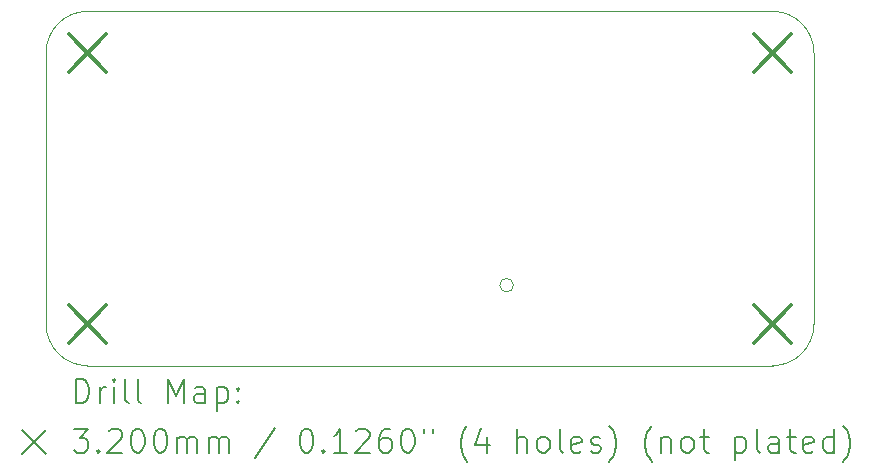
<source format=gbr>
%TF.GenerationSoftware,KiCad,Pcbnew,(6.0.7)*%
%TF.CreationDate,2022-10-20T14:38:49-04:00*%
%TF.ProjectId,ECE477_PCB,45434534-3737-45f5-9043-422e6b696361,rev?*%
%TF.SameCoordinates,PX2daf690PY1aab7d8*%
%TF.FileFunction,Drillmap*%
%TF.FilePolarity,Positive*%
%FSLAX45Y45*%
G04 Gerber Fmt 4.5, Leading zero omitted, Abs format (unit mm)*
G04 Created by KiCad (PCBNEW (6.0.7)) date 2022-10-20 14:38:49*
%MOMM*%
%LPD*%
G01*
G04 APERTURE LIST*
%ADD10C,0.100000*%
%ADD11C,0.200000*%
%ADD12C,0.320000*%
G04 APERTURE END LIST*
D10*
X3956500Y-2319020D02*
G75*
G03*
X3956500Y-2319020I-57600J0D01*
G01*
X0Y-350000D02*
X0Y-2650000D01*
X350000Y-3000000D02*
X6150000Y-3000000D01*
X6150000Y0D02*
X350000Y0D01*
X350000Y0D02*
G75*
G03*
X0Y-350000I0J-350000D01*
G01*
X6500000Y-350000D02*
G75*
G03*
X6150000Y0I-350000J0D01*
G01*
X6500000Y-2650000D02*
X6500000Y-350000D01*
X6150000Y-3000000D02*
G75*
G03*
X6500000Y-2650000I0J350000D01*
G01*
X0Y-2650000D02*
G75*
G03*
X350000Y-3000000I350000J0D01*
G01*
D11*
D12*
X190000Y-190000D02*
X510000Y-510000D01*
X510000Y-190000D02*
X190000Y-510000D01*
X190000Y-2490000D02*
X510000Y-2810000D01*
X510000Y-2490000D02*
X190000Y-2810000D01*
X5990000Y-190000D02*
X6310000Y-510000D01*
X6310000Y-190000D02*
X5990000Y-510000D01*
X5990000Y-2490000D02*
X6310000Y-2810000D01*
X6310000Y-2490000D02*
X5990000Y-2810000D01*
D11*
X252619Y-3315476D02*
X252619Y-3115476D01*
X300238Y-3115476D01*
X328810Y-3125000D01*
X347857Y-3144048D01*
X357381Y-3163095D01*
X366905Y-3201190D01*
X366905Y-3229762D01*
X357381Y-3267857D01*
X347857Y-3286905D01*
X328810Y-3305952D01*
X300238Y-3315476D01*
X252619Y-3315476D01*
X452619Y-3315476D02*
X452619Y-3182143D01*
X452619Y-3220238D02*
X462143Y-3201190D01*
X471667Y-3191667D01*
X490714Y-3182143D01*
X509762Y-3182143D01*
X576429Y-3315476D02*
X576429Y-3182143D01*
X576429Y-3115476D02*
X566905Y-3125000D01*
X576429Y-3134524D01*
X585952Y-3125000D01*
X576429Y-3115476D01*
X576429Y-3134524D01*
X700238Y-3315476D02*
X681190Y-3305952D01*
X671667Y-3286905D01*
X671667Y-3115476D01*
X805000Y-3315476D02*
X785952Y-3305952D01*
X776428Y-3286905D01*
X776428Y-3115476D01*
X1033571Y-3315476D02*
X1033571Y-3115476D01*
X1100238Y-3258333D01*
X1166905Y-3115476D01*
X1166905Y-3315476D01*
X1347857Y-3315476D02*
X1347857Y-3210714D01*
X1338333Y-3191667D01*
X1319286Y-3182143D01*
X1281190Y-3182143D01*
X1262143Y-3191667D01*
X1347857Y-3305952D02*
X1328810Y-3315476D01*
X1281190Y-3315476D01*
X1262143Y-3305952D01*
X1252619Y-3286905D01*
X1252619Y-3267857D01*
X1262143Y-3248809D01*
X1281190Y-3239286D01*
X1328810Y-3239286D01*
X1347857Y-3229762D01*
X1443095Y-3182143D02*
X1443095Y-3382143D01*
X1443095Y-3191667D02*
X1462143Y-3182143D01*
X1500238Y-3182143D01*
X1519286Y-3191667D01*
X1528809Y-3201190D01*
X1538333Y-3220238D01*
X1538333Y-3277381D01*
X1528809Y-3296428D01*
X1519286Y-3305952D01*
X1500238Y-3315476D01*
X1462143Y-3315476D01*
X1443095Y-3305952D01*
X1624048Y-3296428D02*
X1633571Y-3305952D01*
X1624048Y-3315476D01*
X1614524Y-3305952D01*
X1624048Y-3296428D01*
X1624048Y-3315476D01*
X1624048Y-3191667D02*
X1633571Y-3201190D01*
X1624048Y-3210714D01*
X1614524Y-3201190D01*
X1624048Y-3191667D01*
X1624048Y-3210714D01*
X-205000Y-3545000D02*
X-5000Y-3745000D01*
X-5000Y-3545000D02*
X-205000Y-3745000D01*
X233571Y-3535476D02*
X357381Y-3535476D01*
X290714Y-3611667D01*
X319286Y-3611667D01*
X338333Y-3621190D01*
X347857Y-3630714D01*
X357381Y-3649762D01*
X357381Y-3697381D01*
X347857Y-3716428D01*
X338333Y-3725952D01*
X319286Y-3735476D01*
X262143Y-3735476D01*
X243095Y-3725952D01*
X233571Y-3716428D01*
X443095Y-3716428D02*
X452619Y-3725952D01*
X443095Y-3735476D01*
X433571Y-3725952D01*
X443095Y-3716428D01*
X443095Y-3735476D01*
X528810Y-3554524D02*
X538333Y-3545000D01*
X557381Y-3535476D01*
X605000Y-3535476D01*
X624048Y-3545000D01*
X633571Y-3554524D01*
X643095Y-3573571D01*
X643095Y-3592619D01*
X633571Y-3621190D01*
X519286Y-3735476D01*
X643095Y-3735476D01*
X766905Y-3535476D02*
X785952Y-3535476D01*
X805000Y-3545000D01*
X814524Y-3554524D01*
X824048Y-3573571D01*
X833571Y-3611667D01*
X833571Y-3659286D01*
X824048Y-3697381D01*
X814524Y-3716428D01*
X805000Y-3725952D01*
X785952Y-3735476D01*
X766905Y-3735476D01*
X747857Y-3725952D01*
X738333Y-3716428D01*
X728809Y-3697381D01*
X719286Y-3659286D01*
X719286Y-3611667D01*
X728809Y-3573571D01*
X738333Y-3554524D01*
X747857Y-3545000D01*
X766905Y-3535476D01*
X957381Y-3535476D02*
X976428Y-3535476D01*
X995476Y-3545000D01*
X1005000Y-3554524D01*
X1014524Y-3573571D01*
X1024048Y-3611667D01*
X1024048Y-3659286D01*
X1014524Y-3697381D01*
X1005000Y-3716428D01*
X995476Y-3725952D01*
X976428Y-3735476D01*
X957381Y-3735476D01*
X938333Y-3725952D01*
X928809Y-3716428D01*
X919286Y-3697381D01*
X909762Y-3659286D01*
X909762Y-3611667D01*
X919286Y-3573571D01*
X928809Y-3554524D01*
X938333Y-3545000D01*
X957381Y-3535476D01*
X1109762Y-3735476D02*
X1109762Y-3602143D01*
X1109762Y-3621190D02*
X1119286Y-3611667D01*
X1138333Y-3602143D01*
X1166905Y-3602143D01*
X1185952Y-3611667D01*
X1195476Y-3630714D01*
X1195476Y-3735476D01*
X1195476Y-3630714D02*
X1205000Y-3611667D01*
X1224048Y-3602143D01*
X1252619Y-3602143D01*
X1271667Y-3611667D01*
X1281190Y-3630714D01*
X1281190Y-3735476D01*
X1376429Y-3735476D02*
X1376429Y-3602143D01*
X1376429Y-3621190D02*
X1385952Y-3611667D01*
X1405000Y-3602143D01*
X1433571Y-3602143D01*
X1452619Y-3611667D01*
X1462143Y-3630714D01*
X1462143Y-3735476D01*
X1462143Y-3630714D02*
X1471667Y-3611667D01*
X1490714Y-3602143D01*
X1519286Y-3602143D01*
X1538333Y-3611667D01*
X1547857Y-3630714D01*
X1547857Y-3735476D01*
X1938333Y-3525952D02*
X1766905Y-3783095D01*
X2195476Y-3535476D02*
X2214524Y-3535476D01*
X2233571Y-3545000D01*
X2243095Y-3554524D01*
X2252619Y-3573571D01*
X2262143Y-3611667D01*
X2262143Y-3659286D01*
X2252619Y-3697381D01*
X2243095Y-3716428D01*
X2233571Y-3725952D01*
X2214524Y-3735476D01*
X2195476Y-3735476D01*
X2176429Y-3725952D01*
X2166905Y-3716428D01*
X2157381Y-3697381D01*
X2147857Y-3659286D01*
X2147857Y-3611667D01*
X2157381Y-3573571D01*
X2166905Y-3554524D01*
X2176429Y-3545000D01*
X2195476Y-3535476D01*
X2347857Y-3716428D02*
X2357381Y-3725952D01*
X2347857Y-3735476D01*
X2338333Y-3725952D01*
X2347857Y-3716428D01*
X2347857Y-3735476D01*
X2547857Y-3735476D02*
X2433571Y-3735476D01*
X2490714Y-3735476D02*
X2490714Y-3535476D01*
X2471667Y-3564048D01*
X2452619Y-3583095D01*
X2433571Y-3592619D01*
X2624048Y-3554524D02*
X2633571Y-3545000D01*
X2652619Y-3535476D01*
X2700238Y-3535476D01*
X2719286Y-3545000D01*
X2728810Y-3554524D01*
X2738333Y-3573571D01*
X2738333Y-3592619D01*
X2728810Y-3621190D01*
X2614524Y-3735476D01*
X2738333Y-3735476D01*
X2909762Y-3535476D02*
X2871667Y-3535476D01*
X2852619Y-3545000D01*
X2843095Y-3554524D01*
X2824048Y-3583095D01*
X2814524Y-3621190D01*
X2814524Y-3697381D01*
X2824048Y-3716428D01*
X2833571Y-3725952D01*
X2852619Y-3735476D01*
X2890714Y-3735476D01*
X2909762Y-3725952D01*
X2919286Y-3716428D01*
X2928809Y-3697381D01*
X2928809Y-3649762D01*
X2919286Y-3630714D01*
X2909762Y-3621190D01*
X2890714Y-3611667D01*
X2852619Y-3611667D01*
X2833571Y-3621190D01*
X2824048Y-3630714D01*
X2814524Y-3649762D01*
X3052619Y-3535476D02*
X3071667Y-3535476D01*
X3090714Y-3545000D01*
X3100238Y-3554524D01*
X3109762Y-3573571D01*
X3119286Y-3611667D01*
X3119286Y-3659286D01*
X3109762Y-3697381D01*
X3100238Y-3716428D01*
X3090714Y-3725952D01*
X3071667Y-3735476D01*
X3052619Y-3735476D01*
X3033571Y-3725952D01*
X3024048Y-3716428D01*
X3014524Y-3697381D01*
X3005000Y-3659286D01*
X3005000Y-3611667D01*
X3014524Y-3573571D01*
X3024048Y-3554524D01*
X3033571Y-3545000D01*
X3052619Y-3535476D01*
X3195476Y-3535476D02*
X3195476Y-3573571D01*
X3271667Y-3535476D02*
X3271667Y-3573571D01*
X3566905Y-3811667D02*
X3557381Y-3802143D01*
X3538333Y-3773571D01*
X3528809Y-3754524D01*
X3519286Y-3725952D01*
X3509762Y-3678333D01*
X3509762Y-3640238D01*
X3519286Y-3592619D01*
X3528809Y-3564048D01*
X3538333Y-3545000D01*
X3557381Y-3516428D01*
X3566905Y-3506905D01*
X3728809Y-3602143D02*
X3728809Y-3735476D01*
X3681190Y-3525952D02*
X3633571Y-3668809D01*
X3757381Y-3668809D01*
X3985952Y-3735476D02*
X3985952Y-3535476D01*
X4071667Y-3735476D02*
X4071667Y-3630714D01*
X4062143Y-3611667D01*
X4043095Y-3602143D01*
X4014524Y-3602143D01*
X3995476Y-3611667D01*
X3985952Y-3621190D01*
X4195476Y-3735476D02*
X4176428Y-3725952D01*
X4166905Y-3716428D01*
X4157381Y-3697381D01*
X4157381Y-3640238D01*
X4166905Y-3621190D01*
X4176428Y-3611667D01*
X4195476Y-3602143D01*
X4224048Y-3602143D01*
X4243095Y-3611667D01*
X4252619Y-3621190D01*
X4262143Y-3640238D01*
X4262143Y-3697381D01*
X4252619Y-3716428D01*
X4243095Y-3725952D01*
X4224048Y-3735476D01*
X4195476Y-3735476D01*
X4376429Y-3735476D02*
X4357381Y-3725952D01*
X4347857Y-3706905D01*
X4347857Y-3535476D01*
X4528810Y-3725952D02*
X4509762Y-3735476D01*
X4471667Y-3735476D01*
X4452619Y-3725952D01*
X4443095Y-3706905D01*
X4443095Y-3630714D01*
X4452619Y-3611667D01*
X4471667Y-3602143D01*
X4509762Y-3602143D01*
X4528810Y-3611667D01*
X4538333Y-3630714D01*
X4538333Y-3649762D01*
X4443095Y-3668809D01*
X4614524Y-3725952D02*
X4633571Y-3735476D01*
X4671667Y-3735476D01*
X4690714Y-3725952D01*
X4700238Y-3706905D01*
X4700238Y-3697381D01*
X4690714Y-3678333D01*
X4671667Y-3668809D01*
X4643095Y-3668809D01*
X4624048Y-3659286D01*
X4614524Y-3640238D01*
X4614524Y-3630714D01*
X4624048Y-3611667D01*
X4643095Y-3602143D01*
X4671667Y-3602143D01*
X4690714Y-3611667D01*
X4766905Y-3811667D02*
X4776429Y-3802143D01*
X4795476Y-3773571D01*
X4805000Y-3754524D01*
X4814524Y-3725952D01*
X4824048Y-3678333D01*
X4824048Y-3640238D01*
X4814524Y-3592619D01*
X4805000Y-3564048D01*
X4795476Y-3545000D01*
X4776429Y-3516428D01*
X4766905Y-3506905D01*
X5128810Y-3811667D02*
X5119286Y-3802143D01*
X5100238Y-3773571D01*
X5090714Y-3754524D01*
X5081190Y-3725952D01*
X5071667Y-3678333D01*
X5071667Y-3640238D01*
X5081190Y-3592619D01*
X5090714Y-3564048D01*
X5100238Y-3545000D01*
X5119286Y-3516428D01*
X5128810Y-3506905D01*
X5205000Y-3602143D02*
X5205000Y-3735476D01*
X5205000Y-3621190D02*
X5214524Y-3611667D01*
X5233571Y-3602143D01*
X5262143Y-3602143D01*
X5281190Y-3611667D01*
X5290714Y-3630714D01*
X5290714Y-3735476D01*
X5414524Y-3735476D02*
X5395476Y-3725952D01*
X5385952Y-3716428D01*
X5376429Y-3697381D01*
X5376429Y-3640238D01*
X5385952Y-3621190D01*
X5395476Y-3611667D01*
X5414524Y-3602143D01*
X5443095Y-3602143D01*
X5462143Y-3611667D01*
X5471667Y-3621190D01*
X5481190Y-3640238D01*
X5481190Y-3697381D01*
X5471667Y-3716428D01*
X5462143Y-3725952D01*
X5443095Y-3735476D01*
X5414524Y-3735476D01*
X5538333Y-3602143D02*
X5614524Y-3602143D01*
X5566905Y-3535476D02*
X5566905Y-3706905D01*
X5576429Y-3725952D01*
X5595476Y-3735476D01*
X5614524Y-3735476D01*
X5833571Y-3602143D02*
X5833571Y-3802143D01*
X5833571Y-3611667D02*
X5852619Y-3602143D01*
X5890714Y-3602143D01*
X5909762Y-3611667D01*
X5919286Y-3621190D01*
X5928809Y-3640238D01*
X5928809Y-3697381D01*
X5919286Y-3716428D01*
X5909762Y-3725952D01*
X5890714Y-3735476D01*
X5852619Y-3735476D01*
X5833571Y-3725952D01*
X6043095Y-3735476D02*
X6024048Y-3725952D01*
X6014524Y-3706905D01*
X6014524Y-3535476D01*
X6205000Y-3735476D02*
X6205000Y-3630714D01*
X6195476Y-3611667D01*
X6176428Y-3602143D01*
X6138333Y-3602143D01*
X6119286Y-3611667D01*
X6205000Y-3725952D02*
X6185952Y-3735476D01*
X6138333Y-3735476D01*
X6119286Y-3725952D01*
X6109762Y-3706905D01*
X6109762Y-3687857D01*
X6119286Y-3668809D01*
X6138333Y-3659286D01*
X6185952Y-3659286D01*
X6205000Y-3649762D01*
X6271667Y-3602143D02*
X6347857Y-3602143D01*
X6300238Y-3535476D02*
X6300238Y-3706905D01*
X6309762Y-3725952D01*
X6328809Y-3735476D01*
X6347857Y-3735476D01*
X6490714Y-3725952D02*
X6471667Y-3735476D01*
X6433571Y-3735476D01*
X6414524Y-3725952D01*
X6405000Y-3706905D01*
X6405000Y-3630714D01*
X6414524Y-3611667D01*
X6433571Y-3602143D01*
X6471667Y-3602143D01*
X6490714Y-3611667D01*
X6500238Y-3630714D01*
X6500238Y-3649762D01*
X6405000Y-3668809D01*
X6671667Y-3735476D02*
X6671667Y-3535476D01*
X6671667Y-3725952D02*
X6652619Y-3735476D01*
X6614524Y-3735476D01*
X6595476Y-3725952D01*
X6585952Y-3716428D01*
X6576428Y-3697381D01*
X6576428Y-3640238D01*
X6585952Y-3621190D01*
X6595476Y-3611667D01*
X6614524Y-3602143D01*
X6652619Y-3602143D01*
X6671667Y-3611667D01*
X6747857Y-3811667D02*
X6757381Y-3802143D01*
X6776428Y-3773571D01*
X6785952Y-3754524D01*
X6795476Y-3725952D01*
X6805000Y-3678333D01*
X6805000Y-3640238D01*
X6795476Y-3592619D01*
X6785952Y-3564048D01*
X6776428Y-3545000D01*
X6757381Y-3516428D01*
X6747857Y-3506905D01*
M02*

</source>
